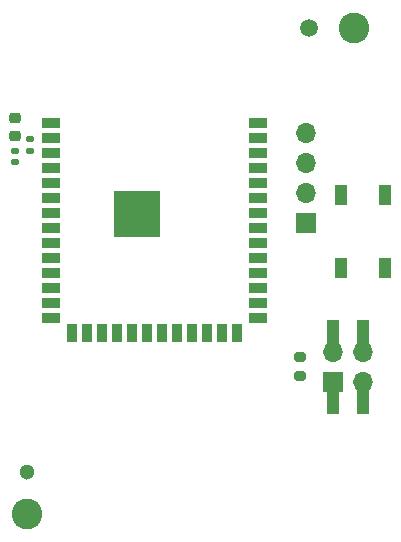
<source format=gbr>
%TF.GenerationSoftware,KiCad,Pcbnew,7.0.8*%
%TF.CreationDate,2023-10-28T23:27:17-04:00*%
%TF.ProjectId,AmazonBasicsSecureFrontend,416d617a-6f6e-4426-9173-696373536563,rev?*%
%TF.SameCoordinates,Original*%
%TF.FileFunction,Soldermask,Top*%
%TF.FilePolarity,Negative*%
%FSLAX46Y46*%
G04 Gerber Fmt 4.6, Leading zero omitted, Abs format (unit mm)*
G04 Created by KiCad (PCBNEW 7.0.8) date 2023-10-28 23:27:17*
%MOMM*%
%LPD*%
G01*
G04 APERTURE LIST*
G04 Aperture macros list*
%AMRoundRect*
0 Rectangle with rounded corners*
0 $1 Rounding radius*
0 $2 $3 $4 $5 $6 $7 $8 $9 X,Y pos of 4 corners*
0 Add a 4 corners polygon primitive as box body*
4,1,4,$2,$3,$4,$5,$6,$7,$8,$9,$2,$3,0*
0 Add four circle primitives for the rounded corners*
1,1,$1+$1,$2,$3*
1,1,$1+$1,$4,$5*
1,1,$1+$1,$6,$7*
1,1,$1+$1,$8,$9*
0 Add four rect primitives between the rounded corners*
20,1,$1+$1,$2,$3,$4,$5,0*
20,1,$1+$1,$4,$5,$6,$7,0*
20,1,$1+$1,$6,$7,$8,$9,0*
20,1,$1+$1,$8,$9,$2,$3,0*%
G04 Aperture macros list end*
%ADD10R,1.000000X3.000000*%
%ADD11RoundRect,0.225000X0.250000X-0.225000X0.250000X0.225000X-0.250000X0.225000X-0.250000X-0.225000X0*%
%ADD12RoundRect,0.140000X-0.170000X0.140000X-0.170000X-0.140000X0.170000X-0.140000X0.170000X0.140000X0*%
%ADD13RoundRect,0.200000X-0.275000X0.200000X-0.275000X-0.200000X0.275000X-0.200000X0.275000X0.200000X0*%
%ADD14C,2.600000*%
%ADD15R,1.700000X1.700000*%
%ADD16O,1.700000X1.700000*%
%ADD17R,1.500000X0.900000*%
%ADD18R,0.900000X1.500000*%
%ADD19C,0.600000*%
%ADD20R,3.900000X3.900000*%
%ADD21RoundRect,0.135000X0.185000X-0.135000X0.185000X0.135000X-0.185000X0.135000X-0.185000X-0.135000X0*%
%ADD22R,1.100000X1.800000*%
%ADD23C,1.300000*%
%ADD24C,1.500000*%
G04 APERTURE END LIST*
D10*
%TO.C,REF\u002A\u002A*%
X135870000Y-111506000D03*
X135870000Y-106466000D03*
X133330000Y-111506000D03*
X133330000Y-106466000D03*
%TD*%
D11*
%TO.C,REF\u002A\u002A*%
X106426000Y-89421000D03*
X106426000Y-87871000D03*
%TD*%
D12*
%TO.C,C1*%
X106426000Y-90706000D03*
X106426000Y-91666000D03*
%TD*%
D13*
%TO.C,R2*%
X130556000Y-108141000D03*
X130556000Y-109791000D03*
%TD*%
D14*
%TO.C,REF\u002A\u002A*%
X107442000Y-121412000D03*
%TD*%
D15*
%TO.C,J1*%
X131064000Y-96774000D03*
D16*
X131064000Y-94234000D03*
X131064000Y-91694000D03*
X131064000Y-89154000D03*
%TD*%
D17*
%TO.C,U1*%
X109460000Y-88354000D03*
X109460000Y-89624000D03*
X109460000Y-90894000D03*
X109460000Y-92164000D03*
X109460000Y-93434000D03*
X109460000Y-94704000D03*
X109460000Y-95974000D03*
X109460000Y-97244000D03*
X109460000Y-98514000D03*
X109460000Y-99784000D03*
X109460000Y-101054000D03*
X109460000Y-102324000D03*
X109460000Y-103594000D03*
X109460000Y-104864000D03*
D18*
X111225000Y-106114000D03*
X112495000Y-106114000D03*
X113765000Y-106114000D03*
X115035000Y-106114000D03*
X116305000Y-106114000D03*
X117575000Y-106114000D03*
X118845000Y-106114000D03*
X120115000Y-106114000D03*
X121385000Y-106114000D03*
X122655000Y-106114000D03*
X123925000Y-106114000D03*
X125195000Y-106114000D03*
D17*
X126960000Y-104864000D03*
X126960000Y-103594000D03*
X126960000Y-102324000D03*
X126960000Y-101054000D03*
X126960000Y-99784000D03*
X126960000Y-98514000D03*
X126960000Y-97244000D03*
X126960000Y-95974000D03*
X126960000Y-94704000D03*
X126960000Y-93434000D03*
X126960000Y-92164000D03*
X126960000Y-90894000D03*
X126960000Y-89624000D03*
X126960000Y-88354000D03*
D19*
X115310000Y-95374000D03*
X115310000Y-96774000D03*
X116010000Y-94674000D03*
X116010000Y-96074000D03*
X116010000Y-97474000D03*
X116710000Y-95374000D03*
D20*
X116710000Y-96074000D03*
D19*
X116710000Y-96774000D03*
X117410000Y-94674000D03*
X117410000Y-96074000D03*
X117410000Y-97474000D03*
X118110000Y-95374000D03*
X118110000Y-96774000D03*
%TD*%
D21*
%TO.C,R1*%
X107696000Y-90680000D03*
X107696000Y-89660000D03*
%TD*%
D22*
%TO.C,SW2*%
X134040000Y-100636000D03*
X134040000Y-94436000D03*
X137740000Y-100636000D03*
X137740000Y-94436000D03*
%TD*%
D23*
%TO.C,REF\u002A\u002A*%
X107442000Y-117856000D03*
%TD*%
D15*
%TO.C,J2*%
X133310000Y-110236000D03*
D16*
X135850000Y-110236000D03*
X133310000Y-107696000D03*
X135850000Y-107696000D03*
%TD*%
D24*
%TO.C,REF\u002A\u002A*%
X131318000Y-80264000D03*
%TD*%
D14*
%TO.C,REF\u002A\u002A*%
X135128000Y-80264000D03*
%TD*%
M02*

</source>
